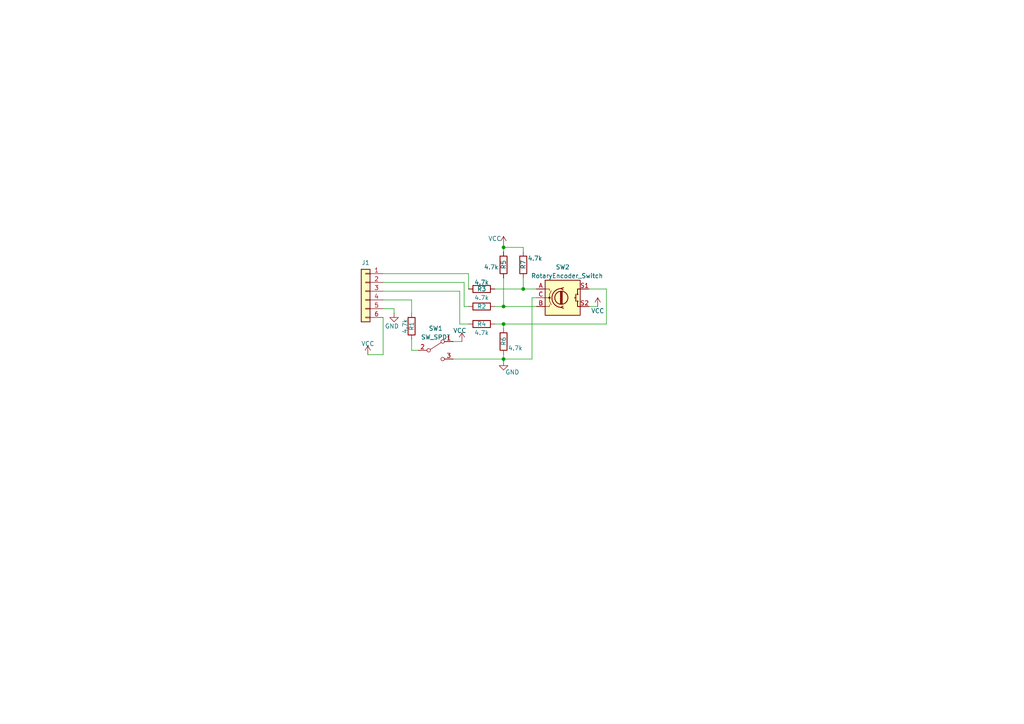
<source format=kicad_sch>
(kicad_sch (version 20230121) (generator eeschema)
  (paper "A4")
  (lib_symbols
    (symbol "Device:R" (pin_numbers hide) (pin_names (offset 0))
      (property "Reference" "R" (at 2.032 0 90))
      (property "Value" "R" (at 0 0 90))
      (symbol "R_0_1"
        (rectangle (start -1.016 -2.54) (end 1.016 2.54) (stroke (width 0.254)))
      )
      (symbol "R_1_1"
        (pin passive line (at 0 3.81 270) (length 1.27) (name "~") (number "1"))
        (pin passive line (at 0 -3.81 90) (length 1.27) (name "~") (number "2"))
      )
    )
    (symbol "Device:RotaryEncoder_Switch" (pin_names (offset 0.254) hide)
      (property "Reference" "SW" (at 0 6.604 0))
      (property "Value" "RotaryEncoder_Switch" (at 0 -6.604 0))
      (symbol "RotaryEncoder_Switch_0_1"
        (rectangle (start -5.08 5.08) (end 5.08 -5.08) (stroke (width 0.254)) (fill (type background)))
        (circle (center -3.81 0) (radius 0.254) (fill (type outline)))
        (circle (center -0.381 0) (radius 1.905) (stroke (width 0.254)))
        (arc (start -0.381 2.667) (mid -3.0988 -0.0635) (end -0.381 -2.794) (stroke (width 0.254)))
        (polyline (pts (xy -0.635 -1.778) (xy -0.635 1.778)) (stroke (width 0.254)))
        (polyline (pts (xy -0.381 -1.778) (xy -0.381 1.778)) (stroke (width 0.254)))
        (polyline (pts (xy -0.127 1.778) (xy -0.127 -1.778)) (stroke (width 0.254)))
        (polyline (pts (xy 3.81 0) (xy 3.429 0)) (stroke (width 0.254)))
        (polyline (pts (xy 3.81 1.016) (xy 3.81 -1.016)) (stroke (width 0.254)))
        (polyline (pts (xy -5.08 -2.54) (xy -3.81 -2.54) (xy -3.81 -2.032)))
        (polyline (pts (xy -5.08 2.54) (xy -3.81 2.54) (xy -3.81 2.032)))
        (polyline (pts (xy 0.254 -3.048) (xy -0.508 -2.794) (xy 0.127 -2.413)) (stroke (width 0.254)))
        (polyline (pts (xy 0.254 2.921) (xy -0.508 2.667) (xy 0.127 2.286)) (stroke (width 0.254)))
        (polyline (pts (xy 5.08 -2.54) (xy 4.318 -2.54) (xy 4.318 -1.016)) (stroke (width 0.254)))
        (polyline (pts (xy 5.08 2.54) (xy 4.318 2.54) (xy 4.318 1.016)) (stroke (width 0.254)))
        (polyline (pts (xy -5.08 0) (xy -3.81 0) (xy -3.81 -1.016) (xy -3.302 -2.032)))
        (polyline (pts (xy -4.318 0) (xy -3.81 0) (xy -3.81 1.016) (xy -3.302 2.032)))
        (circle (center 4.318 -1.016) (radius 0.127) (stroke (width 0.254)))
        (circle (center 4.318 1.016) (radius 0.127) (stroke (width 0.254)))
      )
      (symbol "RotaryEncoder_Switch_1_1"
        (pin passive line (at -7.62 2.54 0) (length 2.54) (name "A") (number "A"))
        (pin passive line (at -7.62 -2.54 0) (length 2.54) (name "B") (number "B"))
        (pin passive line (at -7.62 0 0) (length 2.54) (name "C") (number "C"))
        (pin passive line (at 7.62 2.54 180) (length 2.54) (name "S1") (number "S1"))
        (pin passive line (at 7.62 -2.54 180) (length 2.54) (name "S2") (number "S2"))
      )
    )
    (symbol "Switch:SW_SPDT" (pin_names (offset 0) hide)
      (property "Reference" "SW" (at 0 4.318 0))
      (property "Value" "SW_SPDT" (at 0 -5.08 0))
      (symbol "SW_SPDT_0_0"
        (circle (center -2.032 0) (radius 0.508))
        (circle (center 2.032 -2.54) (radius 0.508))
      )
      (symbol "SW_SPDT_0_1"
        (polyline (pts (xy -1.524 0.254) (xy 1.651 2.286)))
        (circle (center 2.032 2.54) (radius 0.508))
      )
      (symbol "SW_SPDT_1_1"
        (pin passive line (at 5.08 2.54 180) (length 2.54) (name "A") (number "1"))
        (pin passive line (at -5.08 0 0) (length 2.54) (name "B") (number "2"))
        (pin passive line (at 5.08 -2.54 180) (length 2.54) (name "C") (number "3"))
      )
    )
    (symbol "my_Library:Pmod6" (pin_names (offset 1.016) hide)
      (property "Reference" "J1" (at -1.27 11.43 0))
      (symbol "Pmod6_1_1"
        (rectangle (start -1.27 7.62) (end 1.27 -7.62) (stroke (width 0.254)) (fill (type background)))
        (rectangle (start 0 -6.477) (end 1.27 -6.223) (stroke (width 0.1524)))
        (rectangle (start 0 -3.937) (end 1.27 -3.683) (stroke (width 0.1524)))
        (rectangle (start 0 -1.397) (end 1.27 -1.143) (stroke (width 0.1524)))
        (rectangle (start 0 1.143) (end 1.27 1.397) (stroke (width 0.1524)))
        (rectangle (start 0 3.683) (end 1.27 3.937) (stroke (width 0.1524)))
        (rectangle (start 0 6.223) (end 1.27 6.477) (stroke (width 0.1524)))
        (pin passive line (at 5.08 6.35 180) (length 3.81) (name "Pin_1") (number "1"))
        (pin passive line (at 5.08 3.81 180) (length 3.81) (name "Pin_2") (number "2"))
        (pin passive line (at 5.08 1.27 180) (length 3.81) (name "Pin_3") (number "3"))
        (pin passive line (at 5.08 -1.27 180) (length 3.81) (name "Pin_4") (number "4"))
        (pin passive line (at 5.08 -3.81 180) (length 3.81) (name "Pin_5") (number "5"))
        (pin passive line (at 5.08 -6.35 180) (length 3.81) (name "Pin_6") (number "6"))
      )
    )
    (symbol "power:GND" (power) (pin_names (offset 0))
      (property "Value" "GND" (at 0 -3.81 0))
      (symbol "GND_0_1"
        (polyline (pts (xy 0 0) (xy 0 -1.27) (xy 1.27 -1.27) (xy 0 -2.54) (xy -1.27 -1.27) (xy 0 -1.27)))
      )
      (symbol "GND_1_1"
        (pin power_in line (at 0 0 270) (length 0) hide (name "GND") (number "1"))
      )
    )
    (symbol "power:VCC" (power) (pin_names (offset 0))
      (property "Value" "VCC" (at 0 3.81 0))
      (symbol "VCC_0_1"
        (polyline (pts (xy -0.762 1.27) (xy 0 2.54)))
        (polyline (pts (xy 0 0) (xy 0 2.54)))
        (polyline (pts (xy 0 2.54) (xy 0.762 1.27)))
      )
      (symbol "VCC_1_1"
        (pin power_in line (at 0 0 90) (length 0) hide (name "VCC") (number "1"))
      )
    )
  )
  (junction (at 146.05 104.14))
  (junction (at 146.05 71.755))
  (junction (at 146.05 88.9))
  (junction (at 151.765 83.82))
  (junction (at 146.05 93.98))
  (wire (pts (xy 135.89 79.375) (xy 135.89 83.82)))
  (wire (pts (xy 111.125 102.87) (xy 106.68 102.87)))
  (wire (pts (xy 143.51 93.98) (xy 146.05 93.98)))
  (wire (pts (xy 146.05 71.755) (xy 146.05 71.12)))
  (wire (pts (xy 154.305 104.14) (xy 154.305 86.36)))
  (wire (pts (xy 151.765 83.82) (xy 155.575 83.82)))
  (wire (pts (xy 135.89 93.98) (xy 133.35 93.98)))
  (wire (pts (xy 151.765 80.645) (xy 151.765 83.82)))
  (wire (pts (xy 111.125 79.375) (xy 135.89 79.375)))
  (wire (pts (xy 146.05 104.14) (xy 146.05 104.775)))
  (wire (pts (xy 119.38 86.995) (xy 119.38 90.805)))
  (wire (pts (xy 134.62 88.9) (xy 135.89 88.9)))
  (wire (pts (xy 111.125 92.075) (xy 111.125 102.87)))
  (wire (pts (xy 170.815 88.9) (xy 173.355 88.9)))
  (wire (pts (xy 146.05 93.98) (xy 146.05 95.25)))
  (wire (pts (xy 146.05 93.98) (xy 175.895 93.98)))
  (wire (pts (xy 121.285 101.6) (xy 119.38 101.6)))
  (wire (pts (xy 175.895 93.98) (xy 175.895 83.82)))
  (wire (pts (xy 133.35 93.98) (xy 133.35 84.455)))
  (wire (pts (xy 143.51 88.9) (xy 146.05 88.9)))
  (wire (pts (xy 154.305 86.36) (xy 155.575 86.36)))
  (wire (pts (xy 175.895 83.82) (xy 170.815 83.82)))
  (wire (pts (xy 119.38 101.6) (xy 119.38 98.425)))
  (wire (pts (xy 151.765 73.025) (xy 151.765 71.755)))
  (wire (pts (xy 146.05 88.9) (xy 155.575 88.9)))
  (wire (pts (xy 131.445 99.06) (xy 133.985 99.06)))
  (wire (pts (xy 111.125 81.915) (xy 134.62 81.915)))
  (wire (pts (xy 111.125 86.995) (xy 119.38 86.995)))
  (wire (pts (xy 131.445 104.14) (xy 146.05 104.14)))
  (wire (pts (xy 146.05 80.645) (xy 146.05 88.9)))
  (wire (pts (xy 133.35 84.455) (xy 111.125 84.455)))
  (wire (pts (xy 143.51 83.82) (xy 151.765 83.82)))
  (wire (pts (xy 146.05 102.87) (xy 146.05 104.14)))
  (wire (pts (xy 134.62 81.915) (xy 134.62 88.9)))
  (wire (pts (xy 146.05 73.025) (xy 146.05 71.755)))
  (wire (pts (xy 151.765 71.755) (xy 146.05 71.755)))
  (wire (pts (xy 114.3 90.805) (xy 114.3 89.535)))
  (wire (pts (xy 114.3 89.535) (xy 111.125 89.535)))
  (wire (pts (xy 146.05 104.14) (xy 154.305 104.14)))
  (symbol (lib_id "Device:R") (at 139.7 88.9 90) (unit 1)
    (property "Reference" "R2" (at 139.7 88.9 90))
    (property "Value" "4.7k" (at 139.7 86.36 90))
    (property "Footprint" "Library:Resistor_SMD_THT" (effects hide))
  )
  (symbol (lib_id "power:VCC") (at 146.05 71.12 0) (unit 1)
    (property "Reference" "#PWR04" (effects hide))
    (property "Value" "VCC" (at 143.51 69.215 0))
  )
  (symbol (lib_id "Device:R") (at 139.7 83.82 90) (unit 1)
    (property "Reference" "R3" (at 139.7 83.82 90))
    (property "Value" "4.7k" (at 139.7 81.915 90))
    (property "Footprint" "Library:Resistor_SMD_THT" (effects hide))
  )
  (symbol (lib_id "Switch:SW_SPDT") (at 126.365 101.6 0) (unit 1)
    (property "Reference" "SW1" (at 126.365 95.25 0))
    (property "Value" "SW_SPDT" (at 126.365 97.79 0))
    (property "Footprint" "Connector_PinHeader_2.54mm:PinHeader_1x05_P2.54mm_Vertical" (effects hide))
  )
  (symbol (lib_id "power:GND") (at 146.05 104.775 0) (unit 1)
    (property "Reference" "#PWR05" (effects hide))
    (property "Value" "GND" (at 148.59 107.95 0))
  )
  (symbol (lib_id "Device:RotaryEncoder_Switch") (at 163.195 86.36 0) (unit 1)
    (property "Reference" "SW2" (at 163.195 77.47 0))
    (property "Value" "RotaryEncoder_Switch" (at 164.465 80.01 0))
    (property "Footprint" "Rotary_Encoder:RotaryEncoder_Alps_EC11E-Switch_Vertical_H20mm" (effects hide))
  )
  (symbol (lib_id "power:VCC") (at 106.68 102.87 0) (unit 1)
    (property "Reference" "#PWR02" (effects hide))
    (property "Value" "VCC" (at 106.68 99.695 0))
  )
  (symbol (lib_id "Device:R") (at 119.38 94.615 180) (unit 1)
    (property "Reference" "R1" (at 119.38 94.615 90))
    (property "Value" "4.7k" (at 117.475 94.615 90))
    (property "Footprint" "Library:Resistor_SMD_THT" (effects hide))
  )
  (symbol (lib_id "Device:R") (at 146.05 76.835 0) (unit 1)
    (property "Reference" "R5" (at 146.05 78.105 90) (effects (justify left)))
    (property "Value" "4.7k" (at 140.335 77.47 0) (effects (justify left)))
    (property "Footprint" "Library:Resistor_SMD_THT" (effects hide))
  )
  (symbol (lib_id "power:VCC") (at 133.985 99.06 0) (unit 1)
    (property "Reference" "#PWR03" (effects hide))
    (property "Value" "VCC" (at 133.35 95.885 0))
  )
  (symbol (lib_id "power:GND") (at 114.3 90.805 0) (unit 1)
    (property "Reference" "#PWR01" (effects hide))
    (property "Value" "GND" (at 113.665 94.615 0))
  )
  (symbol (lib_id "Device:R") (at 139.7 93.98 90) (unit 1)
    (property "Reference" "R4" (at 139.7 93.98 90))
    (property "Value" "4.7k" (at 139.7 96.52 90))
    (property "Footprint" "Library:Resistor_SMD_THT" (effects hide))
  )
  (symbol (lib_id "power:VCC") (at 173.355 88.9 0) (unit 1)
    (property "Reference" "#PWR06" (effects hide))
    (property "Value" "VCC" (at 173.355 90.17 0))
  )
  (symbol (lib_id "Device:R") (at 146.05 99.06 0) (unit 1)
    (property "Reference" "R6" (at 146.05 100.33 90) (effects (justify left)))
    (property "Value" "4.7k" (at 147.32 100.965 0) (effects (justify left)))
    (property "Footprint" "Library:Resistor_SMD_THT" (effects hide))
  )
  (symbol (lib_id "my_Library:Pmod6") (at 106.045 85.725 0) (unit 1)
    (property "Reference" "J1" (at 106.045 76.2 0))
    (property "Footprint" "Library:Pmod6" (effects hide))
  )
  (symbol (lib_id "Device:R") (at 151.765 76.835 0) (unit 1)
    (property "Reference" "R7" (at 151.765 78.105 90) (effects (justify left)))
    (property "Value" "4.7k" (at 153.035 74.93 0) (effects (justify left)))
    (property "Footprint" "Library:Resistor_SMD_THT" (effects hide))
  )
)
</source>
